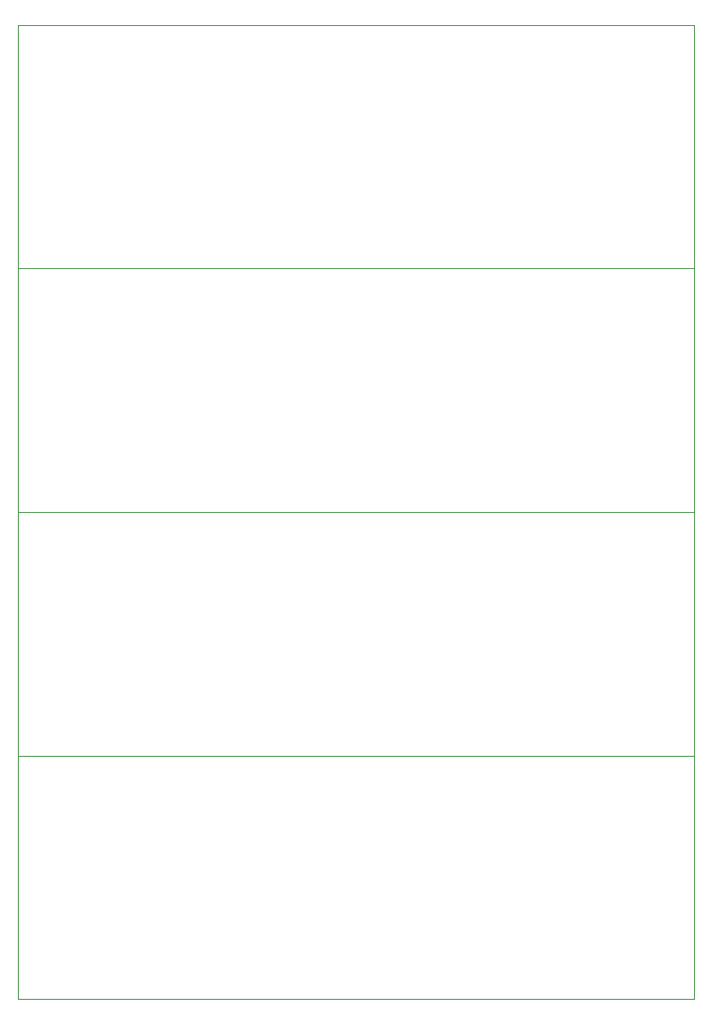
<source format=gm1>
G04 #@! TF.FileFunction,Profile,NP*
%FSLAX46Y46*%
G04 Gerber Fmt 4.6, Leading zero omitted, Abs format (unit mm)*
G04 Created by KiCad (PCBNEW 4.0.1-stable) date 09.11.2016 23:19:49*
%MOMM*%
G01*
G04 APERTURE LIST*
%ADD10C,0.100000*%
G04 APERTURE END LIST*
D10*
X97000000Y-75000000D02*
X161000000Y-75000000D01*
X161000000Y-121000000D02*
X97000000Y-121000000D01*
X97000000Y-121000000D02*
X97000000Y-98000000D01*
X161000000Y-98000000D02*
X161000000Y-121000000D01*
X161000000Y-75000000D02*
X161000000Y-98000000D01*
X161000000Y-98000000D02*
X97000000Y-98000000D01*
X97000000Y-98000000D02*
X97000000Y-75000000D01*
X97000000Y-98000000D02*
X161000000Y-98000000D01*
X97000000Y-121000000D02*
X161000000Y-121000000D01*
X161000000Y-144000000D02*
X97000000Y-144000000D01*
X97000000Y-144000000D02*
X97000000Y-121000000D01*
X161000000Y-121000000D02*
X161000000Y-144000000D01*
X161000000Y-167000000D02*
X97000000Y-167000000D01*
X161000000Y-144000000D02*
X161000000Y-167000000D01*
X97000000Y-144000000D02*
X161000000Y-144000000D01*
X97000000Y-167000000D02*
X97000000Y-144000000D01*
M02*

</source>
